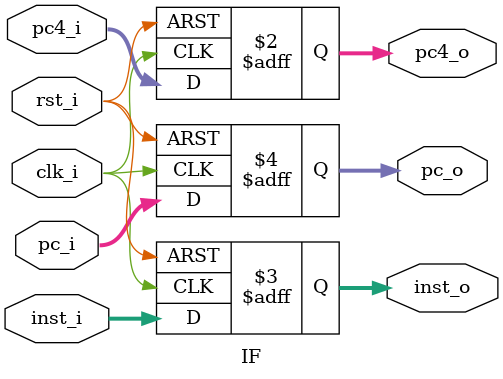
<source format=v>
`timescale 1ns / 1ps


module IF(
input clk_i,
input rst_i,
input [31:0]pc4_i,
input [31:0]inst_i,
input [31:0]pc_i,
output reg [31:0]pc4_o,
output reg [31:0]inst_o,
output reg [31:0]pc_o
    );
    
    always@(posedge clk_i or posedge rst_i)
    begin
    if(rst_i)
    begin
        pc4_o<=0;
        inst_o<=0;
        pc_o<=0;
    end
    else
    begin
        pc4_o<=pc4_i;
        inst_o<=inst_i;
        pc_o<=pc_i;
    end
    end
endmodule

</source>
